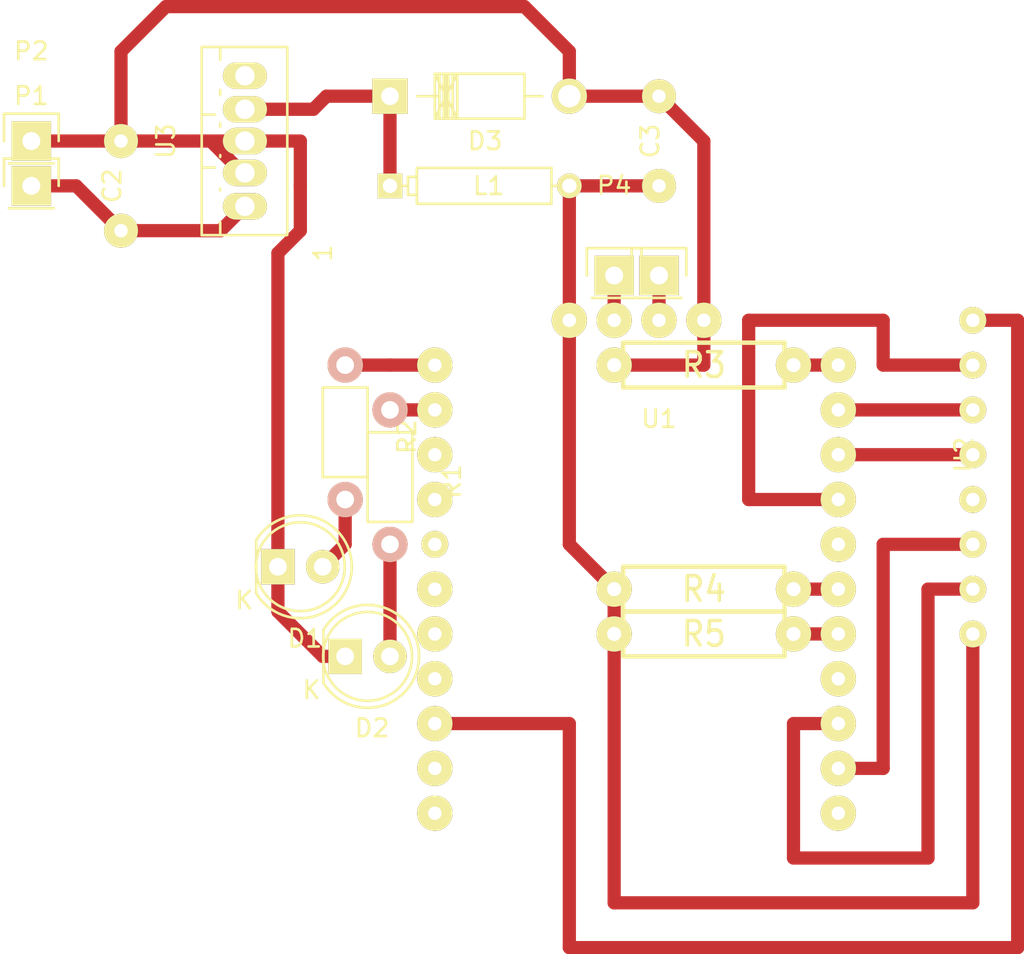
<source format=kicad_pcb>
(kicad_pcb (version 4) (host pcbnew 4.0.2+dfsg1-stable)

  (general
    (links 33)
    (no_connects 0)
    (area 109.784999 80.704999 168.215002 135.195002)
    (thickness 1.6)
    (drawings 0)
    (tracks 71)
    (zones 0)
    (modules 18)
    (nets 32)
  )

  (page A4)
  (layers
    (0 F.Cu signal)
    (31 B.Cu signal)
    (32 B.Adhes user)
    (33 F.Adhes user)
    (34 B.Paste user)
    (35 F.Paste user)
    (36 B.SilkS user)
    (37 F.SilkS user)
    (38 B.Mask user)
    (39 F.Mask user)
    (40 Dwgs.User user)
    (41 Cmts.User user)
    (42 Eco1.User user)
    (43 Eco2.User user)
    (44 Edge.Cuts user)
    (45 Margin user)
    (46 B.CrtYd user)
    (47 F.CrtYd user)
    (48 B.Fab user)
    (49 F.Fab user)
  )

  (setup
    (last_trace_width 0.75)
    (trace_clearance 0.2)
    (zone_clearance 0.508)
    (zone_45_only no)
    (trace_min 0.2)
    (segment_width 0.2)
    (edge_width 0.1)
    (via_size 0.6)
    (via_drill 0.4)
    (via_min_size 0.4)
    (via_min_drill 0.3)
    (uvia_size 0.3)
    (uvia_drill 0.1)
    (uvias_allowed no)
    (uvia_min_size 0.2)
    (uvia_min_drill 0.1)
    (pcb_text_width 0.3)
    (pcb_text_size 1.5 1.5)
    (mod_edge_width 0.15)
    (mod_text_size 1 1)
    (mod_text_width 0.15)
    (pad_size 1.5 1.5)
    (pad_drill 0.6)
    (pad_to_mask_clearance 0)
    (aux_axis_origin 0 0)
    (visible_elements FFFDFF7F)
    (pcbplotparams
      (layerselection 0x00000_00000001)
      (usegerberextensions false)
      (excludeedgelayer true)
      (linewidth 0.100000)
      (plotframeref false)
      (viasonmask false)
      (mode 1)
      (useauxorigin false)
      (hpglpennumber 1)
      (hpglpenspeed 20)
      (hpglpendiameter 15)
      (hpglpenoverlay 2)
      (psnegative false)
      (psa4output false)
      (plotreference true)
      (plotvalue true)
      (plotinvisibletext false)
      (padsonsilk false)
      (subtractmaskfromsilk false)
      (outputformat 1)
      (mirror false)
      (drillshape 0)
      (scaleselection 1)
      (outputdirectory ""))
  )

  (net 0 "")
  (net 1 "Net-(U1-Pad7)")
  (net 2 "Net-(U1-Pad8)")
  (net 3 "Net-(U1-Pad9)")
  (net 4 "Net-(U1-Pad10)")
  (net 5 "Net-(U1-Pad11)")
  (net 6 "Net-(U1-Pad12)")
  (net 7 "Net-(U1-Pad14)")
  (net 8 "Net-(U1-Pad15)")
  (net 9 "Net-(U1-Pad16)")
  (net 10 "Net-(U1-Pad17)")
  (net 11 "Net-(U1-Pad18)")
  (net 12 "Net-(U1-Pad19)")
  (net 13 "Net-(U1-Pad22)")
  (net 14 "Net-(U1-Pad23)")
  (net 15 "Net-(U1-Pad24)")
  (net 16 "Net-(U1-Pad25)")
  (net 17 "Net-(U2-Pad5)")
  (net 18 "Net-(D1-Pad2)")
  (net 19 "Net-(D2-Pad2)")
  (net 20 "Net-(R3-Pad2)")
  (net 21 "Net-(R4-Pad2)")
  (net 22 "Net-(R5-Pad2)")
  (net 23 "Net-(R1-Pad1)")
  (net 24 "Net-(R2-Pad1)")
  (net 25 "Net-(U1-Pad13)")
  (net 26 "Net-(C2-Pad1)")
  (net 27 "Net-(C2-Pad2)")
  (net 28 "Net-(C3-Pad1)")
  (net 29 "Net-(D3-Pad1)")
  (net 30 "Net-(P3-Pad1)")
  (net 31 "Net-(P4-Pad1)")

  (net_class Default "This is the default net class."
    (clearance 0.2)
    (trace_width 0.75)
    (via_dia 0.6)
    (via_drill 0.4)
    (uvia_dia 0.3)
    (uvia_drill 0.1)
    (add_net "Net-(C2-Pad1)")
    (add_net "Net-(C2-Pad2)")
    (add_net "Net-(C3-Pad1)")
    (add_net "Net-(D1-Pad2)")
    (add_net "Net-(D2-Pad2)")
    (add_net "Net-(D3-Pad1)")
    (add_net "Net-(P3-Pad1)")
    (add_net "Net-(P4-Pad1)")
    (add_net "Net-(R1-Pad1)")
    (add_net "Net-(R2-Pad1)")
    (add_net "Net-(R3-Pad2)")
    (add_net "Net-(R4-Pad2)")
    (add_net "Net-(R5-Pad2)")
    (add_net "Net-(U1-Pad10)")
    (add_net "Net-(U1-Pad11)")
    (add_net "Net-(U1-Pad12)")
    (add_net "Net-(U1-Pad13)")
    (add_net "Net-(U1-Pad14)")
    (add_net "Net-(U1-Pad15)")
    (add_net "Net-(U1-Pad16)")
    (add_net "Net-(U1-Pad17)")
    (add_net "Net-(U1-Pad18)")
    (add_net "Net-(U1-Pad19)")
    (add_net "Net-(U1-Pad22)")
    (add_net "Net-(U1-Pad23)")
    (add_net "Net-(U1-Pad24)")
    (add_net "Net-(U1-Pad25)")
    (add_net "Net-(U1-Pad7)")
    (add_net "Net-(U1-Pad8)")
    (add_net "Net-(U1-Pad9)")
    (add_net "Net-(U2-Pad5)")
  )

  (module LEDs:LED-5MM (layer F.Cu) (tedit 5570F7EA) (tstamp 571A5FBC)
    (at 125.73 113.03)
    (descr "LED 5mm round vertical")
    (tags "LED 5mm round vertical")
    (path /571A6FA0)
    (fp_text reference D1 (at 1.524 4.064) (layer F.SilkS)
      (effects (font (size 1 1) (thickness 0.15)))
    )
    (fp_text value LED (at 1.524 -3.937) (layer F.Fab)
      (effects (font (size 1 1) (thickness 0.15)))
    )
    (fp_line (start -1.5 -1.55) (end -1.5 1.55) (layer F.CrtYd) (width 0.05))
    (fp_arc (start 1.3 0) (end -1.5 1.55) (angle -302) (layer F.CrtYd) (width 0.05))
    (fp_arc (start 1.27 0) (end -1.23 -1.5) (angle 297.5) (layer F.SilkS) (width 0.15))
    (fp_line (start -1.23 1.5) (end -1.23 -1.5) (layer F.SilkS) (width 0.15))
    (fp_circle (center 1.27 0) (end 0.97 -2.5) (layer F.SilkS) (width 0.15))
    (fp_text user K (at -1.905 1.905) (layer F.SilkS)
      (effects (font (size 1 1) (thickness 0.15)))
    )
    (pad 1 thru_hole rect (at 0 0 90) (size 2 1.9) (drill 1.00076) (layers *.Cu *.Mask F.SilkS)
      (net 27 "Net-(C2-Pad2)"))
    (pad 2 thru_hole circle (at 2.54 0) (size 1.9 1.9) (drill 1.00076) (layers *.Cu *.Mask F.SilkS)
      (net 18 "Net-(D1-Pad2)"))
    (model LEDs.3dshapes/LED-5MM.wrl
      (at (xyz 0.05 0 0))
      (scale (xyz 1 1 1))
      (rotate (xyz 0 0 90))
    )
  )

  (module LEDs:LED-5MM (layer F.Cu) (tedit 5570F7EA) (tstamp 571A5FC8)
    (at 129.54 118.11)
    (descr "LED 5mm round vertical")
    (tags "LED 5mm round vertical")
    (path /571A6EF4)
    (fp_text reference D2 (at 1.524 4.064) (layer F.SilkS)
      (effects (font (size 1 1) (thickness 0.15)))
    )
    (fp_text value LED (at 1.524 -3.937) (layer F.Fab)
      (effects (font (size 1 1) (thickness 0.15)))
    )
    (fp_line (start -1.5 -1.55) (end -1.5 1.55) (layer F.CrtYd) (width 0.05))
    (fp_arc (start 1.3 0) (end -1.5 1.55) (angle -302) (layer F.CrtYd) (width 0.05))
    (fp_arc (start 1.27 0) (end -1.23 -1.5) (angle 297.5) (layer F.SilkS) (width 0.15))
    (fp_line (start -1.23 1.5) (end -1.23 -1.5) (layer F.SilkS) (width 0.15))
    (fp_circle (center 1.27 0) (end 0.97 -2.5) (layer F.SilkS) (width 0.15))
    (fp_text user K (at -1.905 1.905) (layer F.SilkS)
      (effects (font (size 1 1) (thickness 0.15)))
    )
    (pad 1 thru_hole rect (at 0 0 90) (size 2 1.9) (drill 1.00076) (layers *.Cu *.Mask F.SilkS)
      (net 27 "Net-(C2-Pad2)"))
    (pad 2 thru_hole circle (at 2.54 0) (size 1.9 1.9) (drill 1.00076) (layers *.Cu *.Mask F.SilkS)
      (net 19 "Net-(D2-Pad2)"))
    (model LEDs.3dshapes/LED-5MM.wrl
      (at (xyz 0.05 0 0))
      (scale (xyz 1 1 1))
      (rotate (xyz 0 0 90))
    )
  )

  (module Pin_Headers:Pin_Header_Straight_1x01 (layer F.Cu) (tedit 54EA08DC) (tstamp 571A5FD5)
    (at 111.76 91.44)
    (descr "Through hole pin header")
    (tags "pin header")
    (path /571A6BF5)
    (fp_text reference P1 (at 0 -5.1) (layer F.SilkS)
      (effects (font (size 1 1) (thickness 0.15)))
    )
    (fp_text value 3V3 (at 0 -3.1) (layer F.Fab)
      (effects (font (size 1 1) (thickness 0.15)))
    )
    (fp_line (start 1.55 -1.55) (end 1.55 0) (layer F.SilkS) (width 0.15))
    (fp_line (start -1.75 -1.75) (end -1.75 1.75) (layer F.CrtYd) (width 0.05))
    (fp_line (start 1.75 -1.75) (end 1.75 1.75) (layer F.CrtYd) (width 0.05))
    (fp_line (start -1.75 -1.75) (end 1.75 -1.75) (layer F.CrtYd) (width 0.05))
    (fp_line (start -1.75 1.75) (end 1.75 1.75) (layer F.CrtYd) (width 0.05))
    (fp_line (start -1.55 0) (end -1.55 -1.55) (layer F.SilkS) (width 0.15))
    (fp_line (start -1.55 -1.55) (end 1.55 -1.55) (layer F.SilkS) (width 0.15))
    (fp_line (start -1.27 1.27) (end 1.27 1.27) (layer F.SilkS) (width 0.15))
    (pad 1 thru_hole rect (at 0 0) (size 2.2352 2.2352) (drill 1.016) (layers *.Cu *.Mask F.SilkS)
      (net 26 "Net-(C2-Pad1)"))
    (model Pin_Headers.3dshapes/Pin_Header_Straight_1x01.wrl
      (at (xyz 0 0 0))
      (scale (xyz 1 1 1))
      (rotate (xyz 0 0 90))
    )
  )

  (module Pin_Headers:Pin_Header_Straight_1x01 (layer F.Cu) (tedit 54EA08DC) (tstamp 571A5FE2)
    (at 111.76 88.9)
    (descr "Through hole pin header")
    (tags "pin header")
    (path /571A6C6D)
    (fp_text reference P2 (at 0 -5.1) (layer F.SilkS)
      (effects (font (size 1 1) (thickness 0.15)))
    )
    (fp_text value GND (at 0 -3.1) (layer F.Fab)
      (effects (font (size 1 1) (thickness 0.15)))
    )
    (fp_line (start 1.55 -1.55) (end 1.55 0) (layer F.SilkS) (width 0.15))
    (fp_line (start -1.75 -1.75) (end -1.75 1.75) (layer F.CrtYd) (width 0.05))
    (fp_line (start 1.75 -1.75) (end 1.75 1.75) (layer F.CrtYd) (width 0.05))
    (fp_line (start -1.75 -1.75) (end 1.75 -1.75) (layer F.CrtYd) (width 0.05))
    (fp_line (start -1.75 1.75) (end 1.75 1.75) (layer F.CrtYd) (width 0.05))
    (fp_line (start -1.55 0) (end -1.55 -1.55) (layer F.SilkS) (width 0.15))
    (fp_line (start -1.55 -1.55) (end 1.55 -1.55) (layer F.SilkS) (width 0.15))
    (fp_line (start -1.27 1.27) (end 1.27 1.27) (layer F.SilkS) (width 0.15))
    (pad 1 thru_hole rect (at 0 0) (size 2.2352 2.2352) (drill 1.016) (layers *.Cu *.Mask F.SilkS)
      (net 27 "Net-(C2-Pad2)"))
    (model Pin_Headers.3dshapes/Pin_Header_Straight_1x01.wrl
      (at (xyz 0 0 0))
      (scale (xyz 1 1 1))
      (rotate (xyz 0 0 90))
    )
  )

  (module Resistors_ThroughHole:Resistor_Horizontal_RM7mm (layer F.Cu) (tedit 569FCF07) (tstamp 571A5FF0)
    (at 132.08 104.14 270)
    (descr "Resistor, Axial,  RM 7.62mm, 1/3W,")
    (tags "Resistor Axial RM 7.62mm 1/3W R3")
    (path /571A724A)
    (fp_text reference R1 (at 4.05892 -3.50012 270) (layer F.SilkS)
      (effects (font (size 1 1) (thickness 0.15)))
    )
    (fp_text value 1k (at 3.81 3.81 270) (layer F.Fab)
      (effects (font (size 1 1) (thickness 0.15)))
    )
    (fp_line (start -1.25 -1.5) (end 8.85 -1.5) (layer F.CrtYd) (width 0.05))
    (fp_line (start -1.25 1.5) (end -1.25 -1.5) (layer F.CrtYd) (width 0.05))
    (fp_line (start 8.85 -1.5) (end 8.85 1.5) (layer F.CrtYd) (width 0.05))
    (fp_line (start -1.25 1.5) (end 8.85 1.5) (layer F.CrtYd) (width 0.05))
    (fp_line (start 1.27 -1.27) (end 6.35 -1.27) (layer F.SilkS) (width 0.15))
    (fp_line (start 6.35 -1.27) (end 6.35 1.27) (layer F.SilkS) (width 0.15))
    (fp_line (start 6.35 1.27) (end 1.27 1.27) (layer F.SilkS) (width 0.15))
    (fp_line (start 1.27 1.27) (end 1.27 -1.27) (layer F.SilkS) (width 0.15))
    (pad 1 thru_hole circle (at 0 0 270) (size 1.99898 1.99898) (drill 1.00076) (layers *.Cu *.SilkS *.Mask)
      (net 23 "Net-(R1-Pad1)"))
    (pad 2 thru_hole circle (at 7.62 0 270) (size 1.99898 1.99898) (drill 1.00076) (layers *.Cu *.SilkS *.Mask)
      (net 19 "Net-(D2-Pad2)"))
  )

  (module Resistors_ThroughHole:Resistor_Horizontal_RM7mm (layer F.Cu) (tedit 569FCF07) (tstamp 571A5FFE)
    (at 129.54 101.6 270)
    (descr "Resistor, Axial,  RM 7.62mm, 1/3W,")
    (tags "Resistor Axial RM 7.62mm 1/3W R3")
    (path /571A710A)
    (fp_text reference R2 (at 4.05892 -3.50012 270) (layer F.SilkS)
      (effects (font (size 1 1) (thickness 0.15)))
    )
    (fp_text value 1k (at 3.81 3.81 270) (layer F.Fab)
      (effects (font (size 1 1) (thickness 0.15)))
    )
    (fp_line (start -1.25 -1.5) (end 8.85 -1.5) (layer F.CrtYd) (width 0.05))
    (fp_line (start -1.25 1.5) (end -1.25 -1.5) (layer F.CrtYd) (width 0.05))
    (fp_line (start 8.85 -1.5) (end 8.85 1.5) (layer F.CrtYd) (width 0.05))
    (fp_line (start -1.25 1.5) (end 8.85 1.5) (layer F.CrtYd) (width 0.05))
    (fp_line (start 1.27 -1.27) (end 6.35 -1.27) (layer F.SilkS) (width 0.15))
    (fp_line (start 6.35 -1.27) (end 6.35 1.27) (layer F.SilkS) (width 0.15))
    (fp_line (start 6.35 1.27) (end 1.27 1.27) (layer F.SilkS) (width 0.15))
    (fp_line (start 1.27 1.27) (end 1.27 -1.27) (layer F.SilkS) (width 0.15))
    (pad 1 thru_hole circle (at 0 0 270) (size 1.99898 1.99898) (drill 1.00076) (layers *.Cu *.SilkS *.Mask)
      (net 24 "Net-(R2-Pad1)"))
    (pad 2 thru_hole circle (at 7.62 0 270) (size 1.99898 1.99898) (drill 1.00076) (layers *.Cu *.SilkS *.Mask)
      (net 18 "Net-(D1-Pad2)"))
  )

  (module w_pth_resistors:RC05 (layer F.Cu) (tedit 0) (tstamp 571A600A)
    (at 149.86 101.6)
    (descr "Resistor, RC05")
    (tags R)
    (path /5718DDEA)
    (autoplace_cost180 10)
    (fp_text reference R3 (at 0 0) (layer F.SilkS)
      (effects (font (size 1.397 1.27) (thickness 0.2032)))
    )
    (fp_text value 10K (at 0 2.032) (layer F.SilkS) hide
      (effects (font (size 1.397 1.27) (thickness 0.2032)))
    )
    (fp_line (start 4.572 1.27) (end -4.572 1.27) (layer F.SilkS) (width 0.254))
    (fp_line (start -4.572 1.27) (end -4.572 -1.27) (layer F.SilkS) (width 0.254))
    (fp_line (start -4.572 -1.27) (end 4.572 -1.27) (layer F.SilkS) (width 0.254))
    (fp_line (start 4.572 -1.27) (end 4.572 1.27) (layer F.SilkS) (width 0.254))
    (fp_line (start -5.08 0) (end -4.572 0) (layer F.SilkS) (width 0.3048))
    (fp_line (start 5.08 0) (end 4.572 0) (layer F.SilkS) (width 0.3048))
    (pad 1 thru_hole circle (at -5.08 0) (size 1.99898 1.99898) (drill 0.8001) (layers *.Cu *.Mask F.SilkS)
      (net 27 "Net-(C2-Pad2)"))
    (pad 2 thru_hole circle (at 5.08 0) (size 1.99898 1.99898) (drill 0.8001) (layers *.Cu *.Mask F.SilkS)
      (net 20 "Net-(R3-Pad2)"))
    (model walter/pth_resistors/rc05.wrl
      (at (xyz 0 0 0))
      (scale (xyz 1 1 1))
      (rotate (xyz 0 0 0))
    )
  )

  (module w_pth_resistors:RC05 (layer F.Cu) (tedit 0) (tstamp 571A6016)
    (at 149.86 114.3)
    (descr "Resistor, RC05")
    (tags R)
    (path /5718DD6D)
    (autoplace_cost180 10)
    (fp_text reference R4 (at 0 0) (layer F.SilkS)
      (effects (font (size 1.397 1.27) (thickness 0.2032)))
    )
    (fp_text value 10k (at 0 2.032) (layer F.SilkS) hide
      (effects (font (size 1.397 1.27) (thickness 0.2032)))
    )
    (fp_line (start 4.572 1.27) (end -4.572 1.27) (layer F.SilkS) (width 0.254))
    (fp_line (start -4.572 1.27) (end -4.572 -1.27) (layer F.SilkS) (width 0.254))
    (fp_line (start -4.572 -1.27) (end 4.572 -1.27) (layer F.SilkS) (width 0.254))
    (fp_line (start 4.572 -1.27) (end 4.572 1.27) (layer F.SilkS) (width 0.254))
    (fp_line (start -5.08 0) (end -4.572 0) (layer F.SilkS) (width 0.3048))
    (fp_line (start 5.08 0) (end 4.572 0) (layer F.SilkS) (width 0.3048))
    (pad 1 thru_hole circle (at -5.08 0) (size 1.99898 1.99898) (drill 0.8001) (layers *.Cu *.Mask F.SilkS)
      (net 28 "Net-(C3-Pad1)"))
    (pad 2 thru_hole circle (at 5.08 0) (size 1.99898 1.99898) (drill 0.8001) (layers *.Cu *.Mask F.SilkS)
      (net 21 "Net-(R4-Pad2)"))
    (model walter/pth_resistors/rc05.wrl
      (at (xyz 0 0 0))
      (scale (xyz 1 1 1))
      (rotate (xyz 0 0 0))
    )
  )

  (module w_pth_resistors:RC05 (layer F.Cu) (tedit 0) (tstamp 571A6022)
    (at 149.86 116.84)
    (descr "Resistor, RC05")
    (tags R)
    (path /571A5ED5)
    (autoplace_cost180 10)
    (fp_text reference R5 (at 0 0) (layer F.SilkS)
      (effects (font (size 1.397 1.27) (thickness 0.2032)))
    )
    (fp_text value 10k (at 0 2.032) (layer F.SilkS) hide
      (effects (font (size 1.397 1.27) (thickness 0.2032)))
    )
    (fp_line (start 4.572 1.27) (end -4.572 1.27) (layer F.SilkS) (width 0.254))
    (fp_line (start -4.572 1.27) (end -4.572 -1.27) (layer F.SilkS) (width 0.254))
    (fp_line (start -4.572 -1.27) (end 4.572 -1.27) (layer F.SilkS) (width 0.254))
    (fp_line (start 4.572 -1.27) (end 4.572 1.27) (layer F.SilkS) (width 0.254))
    (fp_line (start -5.08 0) (end -4.572 0) (layer F.SilkS) (width 0.3048))
    (fp_line (start 5.08 0) (end 4.572 0) (layer F.SilkS) (width 0.3048))
    (pad 1 thru_hole circle (at -5.08 0) (size 1.99898 1.99898) (drill 0.8001) (layers *.Cu *.Mask F.SilkS)
      (net 28 "Net-(C3-Pad1)"))
    (pad 2 thru_hole circle (at 5.08 0) (size 1.99898 1.99898) (drill 0.8001) (layers *.Cu *.Mask F.SilkS)
      (net 22 "Net-(R5-Pad2)"))
    (model walter/pth_resistors/rc05.wrl
      (at (xyz 0 0 0))
      (scale (xyz 1 1 1))
      (rotate (xyz 0 0 0))
    )
  )

  (module bugs:RC522 (layer F.Cu) (tedit 571A5B35) (tstamp 571A604C)
    (at 165.1 106.68 270)
    (path /5718CF80)
    (fp_text reference U2 (at 0 0.5 270) (layer F.SilkS)
      (effects (font (size 1 1) (thickness 0.15)))
    )
    (fp_text value rc522 (at -2.54 2.04 270) (layer F.Fab)
      (effects (font (size 1 1) (thickness 0.15)))
    )
    (pad 1 thru_hole circle (at -7.62 0 270) (size 1.524 1.524) (drill 0.762) (layers *.Cu *.Mask F.SilkS)
      (net 25 "Net-(U1-Pad13)"))
    (pad 2 thru_hole circle (at -5.08 0 270) (size 1.524 1.524) (drill 0.762) (layers *.Cu *.Mask F.SilkS)
      (net 14 "Net-(U1-Pad23)"))
    (pad 3 thru_hole circle (at -2.54 0 270) (size 1.524 1.524) (drill 0.762) (layers *.Cu *.Mask F.SilkS)
      (net 16 "Net-(U1-Pad25)"))
    (pad 4 thru_hole circle (at 0 0 270) (size 1.524 1.524) (drill 0.762) (layers *.Cu *.Mask F.SilkS)
      (net 15 "Net-(U1-Pad24)"))
    (pad 5 thru_hole circle (at 2.54 0 270) (size 1.524 1.524) (drill 0.762) (layers *.Cu *.Mask F.SilkS)
      (net 17 "Net-(U2-Pad5)"))
    (pad 6 thru_hole circle (at 5.08 0 270) (size 1.524 1.524) (drill 0.762) (layers *.Cu *.Mask F.SilkS)
      (net 10 "Net-(U1-Pad17)"))
    (pad 7 thru_hole circle (at 7.62 0 270) (size 1.524 1.524) (drill 0.762) (layers *.Cu *.Mask F.SilkS)
      (net 11 "Net-(U1-Pad18)"))
    (pad 8 thru_hole circle (at 10.16 0 270) (size 1.524 1.524) (drill 0.762) (layers *.Cu *.Mask F.SilkS)
      (net 28 "Net-(C3-Pad1)"))
  )

  (module bugs:capasitor (layer F.Cu) (tedit 5727C10F) (tstamp 5727C1B5)
    (at 116.84 91.44 270)
    (path /5727C902)
    (fp_text reference C2 (at 0 0.5 270) (layer F.SilkS)
      (effects (font (size 1 1) (thickness 0.15)))
    )
    (fp_text value 100mkF (at 0 2.04 270) (layer F.Fab)
      (effects (font (size 1 1) (thickness 0.15)))
    )
    (pad 1 thru_hole circle (at 2.54 0 270) (size 1.924 1.924) (drill 0.762) (layers *.Cu *.Mask F.SilkS)
      (net 26 "Net-(C2-Pad1)"))
    (pad 2 thru_hole circle (at -2.54 0 270) (size 1.924 1.924) (drill 0.762) (layers *.Cu *.Mask F.SilkS)
      (net 27 "Net-(C2-Pad2)"))
  )

  (module bugs:capasitor (layer F.Cu) (tedit 5727C10F) (tstamp 5727C1BB)
    (at 147.32 88.9 270)
    (path /5727C879)
    (fp_text reference C3 (at 0 0.5 270) (layer F.SilkS)
      (effects (font (size 1 1) (thickness 0.15)))
    )
    (fp_text value 1000mkF (at 0 2.04 270) (layer F.Fab)
      (effects (font (size 1 1) (thickness 0.15)))
    )
    (pad 1 thru_hole circle (at 2.54 0 270) (size 1.924 1.924) (drill 0.762) (layers *.Cu *.Mask F.SilkS)
      (net 28 "Net-(C3-Pad1)"))
    (pad 2 thru_hole circle (at -2.54 0 270) (size 1.924 1.924) (drill 0.762) (layers *.Cu *.Mask F.SilkS)
      (net 27 "Net-(C2-Pad2)"))
  )

  (module Diodes_ThroughHole:Diode_DO-41_SOD81_Horizontal_RM10 (layer F.Cu) (tedit 552FFCCE) (tstamp 5727C1C1)
    (at 132.08 86.36)
    (descr "Diode, DO-41, SOD81, Horizontal, RM 10mm,")
    (tags "Diode, DO-41, SOD81, Horizontal, RM 10mm, 1N4007, SB140,")
    (path /5727C5DA)
    (fp_text reference D3 (at 5.38734 2.53746) (layer F.SilkS)
      (effects (font (size 1 1) (thickness 0.15)))
    )
    (fp_text value D_Schottky (at 4.37134 -3.55854) (layer F.Fab)
      (effects (font (size 1 1) (thickness 0.15)))
    )
    (fp_line (start 7.62 -0.00254) (end 8.636 -0.00254) (layer F.SilkS) (width 0.15))
    (fp_line (start 2.794 -0.00254) (end 1.524 -0.00254) (layer F.SilkS) (width 0.15))
    (fp_line (start 3.048 -1.27254) (end 3.048 1.26746) (layer F.SilkS) (width 0.15))
    (fp_line (start 3.302 -1.27254) (end 3.302 1.26746) (layer F.SilkS) (width 0.15))
    (fp_line (start 3.556 -1.27254) (end 3.556 1.26746) (layer F.SilkS) (width 0.15))
    (fp_line (start 2.794 -1.27254) (end 2.794 1.26746) (layer F.SilkS) (width 0.15))
    (fp_line (start 3.81 -1.27254) (end 2.54 1.26746) (layer F.SilkS) (width 0.15))
    (fp_line (start 2.54 -1.27254) (end 3.81 1.26746) (layer F.SilkS) (width 0.15))
    (fp_line (start 3.81 -1.27254) (end 3.81 1.26746) (layer F.SilkS) (width 0.15))
    (fp_line (start 3.175 -1.27254) (end 3.175 1.26746) (layer F.SilkS) (width 0.15))
    (fp_line (start 2.54 1.26746) (end 2.54 -1.27254) (layer F.SilkS) (width 0.15))
    (fp_line (start 2.54 -1.27254) (end 7.62 -1.27254) (layer F.SilkS) (width 0.15))
    (fp_line (start 7.62 -1.27254) (end 7.62 1.26746) (layer F.SilkS) (width 0.15))
    (fp_line (start 7.62 1.26746) (end 2.54 1.26746) (layer F.SilkS) (width 0.15))
    (pad 2 thru_hole circle (at 10.16 -0.00254 180) (size 1.99898 1.99898) (drill 1.27) (layers *.Cu *.Mask F.SilkS)
      (net 27 "Net-(C2-Pad2)"))
    (pad 1 thru_hole rect (at 0 -0.00254 180) (size 1.99898 1.99898) (drill 1.00076) (layers *.Cu *.Mask F.SilkS)
      (net 29 "Net-(D3-Pad1)"))
  )

  (module Discret:CP4 (layer F.Cu) (tedit 0) (tstamp 5727C1C7)
    (at 137.16 91.44)
    (descr "Condensateur polarise")
    (tags CP)
    (path /5727C6B6)
    (fp_text reference L1 (at 0.508 0) (layer F.SilkS)
      (effects (font (size 1 1) (thickness 0.15)))
    )
    (fp_text value 100mkH (at 0.508 0) (layer F.Fab)
      (effects (font (size 1 1) (thickness 0.15)))
    )
    (fp_line (start 5.08 0) (end 4.064 0) (layer F.SilkS) (width 0.15))
    (fp_line (start 4.064 0) (end 4.064 1.016) (layer F.SilkS) (width 0.15))
    (fp_line (start 4.064 1.016) (end -3.556 1.016) (layer F.SilkS) (width 0.15))
    (fp_line (start -3.556 1.016) (end -3.556 -1.016) (layer F.SilkS) (width 0.15))
    (fp_line (start -3.556 -1.016) (end 4.064 -1.016) (layer F.SilkS) (width 0.15))
    (fp_line (start 4.064 -1.016) (end 4.064 0) (layer F.SilkS) (width 0.15))
    (fp_line (start -5.08 0) (end -4.064 0) (layer F.SilkS) (width 0.15))
    (fp_line (start -3.556 0.508) (end -4.064 0.508) (layer F.SilkS) (width 0.15))
    (fp_line (start -4.064 0.508) (end -4.064 -0.508) (layer F.SilkS) (width 0.15))
    (fp_line (start -4.064 -0.508) (end -3.556 -0.508) (layer F.SilkS) (width 0.15))
    (pad 1 thru_hole rect (at -5.08 0) (size 1.397 1.397) (drill 0.8128) (layers *.Cu *.Mask F.SilkS)
      (net 29 "Net-(D3-Pad1)"))
    (pad 2 thru_hole circle (at 5.08 0) (size 1.397 1.397) (drill 0.8128) (layers *.Cu *.Mask F.SilkS)
      (net 28 "Net-(C3-Pad1)"))
    (model Discret.3dshapes/CP4.wrl
      (at (xyz 0 0 0))
      (scale (xyz 0.4 0.4 0.4))
      (rotate (xyz 0 0 0))
    )
  )

  (module Pin_Headers:Pin_Header_Straight_1x01 (layer F.Cu) (tedit 54EA08DC) (tstamp 5727C1CC)
    (at 147.32 96.52)
    (descr "Through hole pin header")
    (tags "pin header")
    (path /5727D5CB)
    (fp_text reference P3 (at 0 -5.1) (layer F.SilkS)
      (effects (font (size 1 1) (thickness 0.15)))
    )
    (fp_text value TX (at 0 -3.1) (layer F.Fab)
      (effects (font (size 1 1) (thickness 0.15)))
    )
    (fp_line (start 1.55 -1.55) (end 1.55 0) (layer F.SilkS) (width 0.15))
    (fp_line (start -1.75 -1.75) (end -1.75 1.75) (layer F.CrtYd) (width 0.05))
    (fp_line (start 1.75 -1.75) (end 1.75 1.75) (layer F.CrtYd) (width 0.05))
    (fp_line (start -1.75 -1.75) (end 1.75 -1.75) (layer F.CrtYd) (width 0.05))
    (fp_line (start -1.75 1.75) (end 1.75 1.75) (layer F.CrtYd) (width 0.05))
    (fp_line (start -1.55 0) (end -1.55 -1.55) (layer F.SilkS) (width 0.15))
    (fp_line (start -1.55 -1.55) (end 1.55 -1.55) (layer F.SilkS) (width 0.15))
    (fp_line (start -1.27 1.27) (end 1.27 1.27) (layer F.SilkS) (width 0.15))
    (pad 1 thru_hole rect (at 0 0) (size 2.2352 2.2352) (drill 1.016) (layers *.Cu *.Mask F.SilkS)
      (net 30 "Net-(P3-Pad1)"))
    (model Pin_Headers.3dshapes/Pin_Header_Straight_1x01.wrl
      (at (xyz 0 0 0))
      (scale (xyz 1 1 1))
      (rotate (xyz 0 0 90))
    )
  )

  (module Pin_Headers:Pin_Header_Straight_1x01 (layer F.Cu) (tedit 54EA08DC) (tstamp 5727C1D1)
    (at 144.78 96.52)
    (descr "Through hole pin header")
    (tags "pin header")
    (path /5727D51C)
    (fp_text reference P4 (at 0 -5.1) (layer F.SilkS)
      (effects (font (size 1 1) (thickness 0.15)))
    )
    (fp_text value RX (at 0 -3.1) (layer F.Fab)
      (effects (font (size 1 1) (thickness 0.15)))
    )
    (fp_line (start 1.55 -1.55) (end 1.55 0) (layer F.SilkS) (width 0.15))
    (fp_line (start -1.75 -1.75) (end -1.75 1.75) (layer F.CrtYd) (width 0.05))
    (fp_line (start 1.75 -1.75) (end 1.75 1.75) (layer F.CrtYd) (width 0.05))
    (fp_line (start -1.75 -1.75) (end 1.75 -1.75) (layer F.CrtYd) (width 0.05))
    (fp_line (start -1.75 1.75) (end 1.75 1.75) (layer F.CrtYd) (width 0.05))
    (fp_line (start -1.55 0) (end -1.55 -1.55) (layer F.SilkS) (width 0.15))
    (fp_line (start -1.55 -1.55) (end 1.55 -1.55) (layer F.SilkS) (width 0.15))
    (fp_line (start -1.27 1.27) (end 1.27 1.27) (layer F.SilkS) (width 0.15))
    (pad 1 thru_hole rect (at 0 0) (size 2.2352 2.2352) (drill 1.016) (layers *.Cu *.Mask F.SilkS)
      (net 31 "Net-(P4-Pad1)"))
    (model Pin_Headers.3dshapes/Pin_Header_Straight_1x01.wrl
      (at (xyz 0 0 0))
      (scale (xyz 1 1 1))
      (rotate (xyz 0 0 90))
    )
  )

  (module TO_SOT_Packages_THT:Pentawatt_Neutral_Straight_Vertical_TO220-5-T05A (layer F.Cu) (tedit 0) (tstamp 5727C1DA)
    (at 124.46 88.9 90)
    (descr Pentawatt_Neutral_Straight_Vertical_TO220-5-T05A)
    (tags Pentawatt_Neutral_Straight_Vertical_TO220-5-T05A)
    (path /5727C3F1)
    (fp_text reference U3 (at 0 -5.08 90) (layer F.SilkS)
      (effects (font (size 1 1) (thickness 0.15)))
    )
    (fp_text value LM2576 (at 1.27 7.62 90) (layer F.Fab)
      (effects (font (size 1 1) (thickness 0.15)))
    )
    (fp_line (start 4.59994 -1.99898) (end 5.30098 -1.99898) (layer F.SilkS) (width 0.15))
    (fp_line (start 2.60096 -1.99898) (end 2.90068 -1.99898) (layer F.SilkS) (width 0.15))
    (fp_line (start 0.8001 -1.99898) (end 1.00076 -1.99898) (layer F.SilkS) (width 0.15))
    (fp_line (start -0.89916 -1.99898) (end -0.8001 -1.99898) (layer F.SilkS) (width 0.15))
    (fp_line (start -2.79908 -1.99898) (end -2.70002 -1.99898) (layer F.SilkS) (width 0.15))
    (fp_line (start -5.30098 -1.99898) (end -4.59994 -1.99898) (layer F.SilkS) (width 0.15))
    (fp_line (start 1.50114 -2.99974) (end 1.50114 -2.30124) (layer F.SilkS) (width 0.15))
    (fp_line (start -1.50114 -2.99974) (end -1.50114 -2.30124) (layer F.SilkS) (width 0.15))
    (fp_line (start -5.30098 1.80086) (end 5.30098 1.80086) (layer F.SilkS) (width 0.15))
    (fp_text user 1 (at -6.35 3.81 90) (layer F.SilkS)
      (effects (font (size 1 1) (thickness 0.15)))
    )
    (fp_line (start 5.334 -1.905) (end 5.334 1.778) (layer F.SilkS) (width 0.15))
    (fp_line (start -5.334 1.778) (end -5.334 -1.905) (layer F.SilkS) (width 0.15))
    (fp_line (start 5.334 -3.048) (end 5.334 -1.905) (layer F.SilkS) (width 0.15))
    (fp_line (start -5.334 -1.905) (end -5.334 -3.048) (layer F.SilkS) (width 0.15))
    (fp_line (start 0 -3.048) (end -5.334 -3.048) (layer F.SilkS) (width 0.15))
    (fp_line (start 0 -3.048) (end 5.334 -3.048) (layer F.SilkS) (width 0.15))
    (pad 3 thru_hole oval (at 0 -0.59944 180) (size 2.49936 1.50114) (drill 1.09982) (layers *.Cu *.Mask F.SilkS)
      (net 27 "Net-(C2-Pad2)"))
    (pad 1 thru_hole oval (at -3.70078 -0.59944 180) (size 2.49936 1.50114) (drill 1.09982) (layers *.Cu *.Mask F.SilkS)
      (net 26 "Net-(C2-Pad1)"))
    (pad 5 thru_hole oval (at 3.70078 -0.59944 180) (size 2.49936 1.50114) (drill 1.09982) (layers *.Cu *.Mask F.SilkS))
    (pad 4 thru_hole oval (at 1.80086 -0.59944 180) (size 2.49936 1.50114) (drill 1.09982) (layers *.Cu *.Mask F.SilkS)
      (net 29 "Net-(D3-Pad1)"))
    (pad 2 thru_hole oval (at -1.80086 -0.59944 180) (size 2.49936 1.50114) (drill 1.09982) (layers *.Cu *.Mask F.SilkS)
      (net 27 "Net-(C2-Pad2)"))
    (model TO_SOT_Packages_THT.3dshapes/Pentawatt_Neutral_Straight_Vertical_TO220-5-T05A.wrl
      (at (xyz 0 0 0))
      (scale (xyz 0.3937 0.3937 0.3937))
      (rotate (xyz 0 0 0))
    )
  )

  (module bugs:ESP201 (layer F.Cu) (tedit 5727C3C7) (tstamp 571A6040)
    (at 147.32 104.14)
    (path /5718D2DA)
    (fp_text reference U1 (at 0 0.5) (layer F.SilkS)
      (effects (font (size 1 1) (thickness 0.15)))
    )
    (fp_text value ESP-201 (at 0 -0.5) (layer F.Fab)
      (effects (font (size 1 1) (thickness 0.15)))
    )
    (pad 1 thru_hole circle (at -5.08 -5.08) (size 2 2) (drill 0.762) (layers *.Cu *.Mask F.SilkS)
      (net 28 "Net-(C3-Pad1)"))
    (pad 2 thru_hole circle (at -2.54 -5.08) (size 2 2) (drill 0.762) (layers *.Cu *.Mask F.SilkS)
      (net 31 "Net-(P4-Pad1)"))
    (pad 3 thru_hole circle (at 0 -5.08) (size 2 2) (drill 0.762) (layers *.Cu *.Mask F.SilkS)
      (net 30 "Net-(P3-Pad1)"))
    (pad 4 thru_hole circle (at 2.54 -5.08) (size 2 2) (drill 0.762) (layers *.Cu *.Mask F.SilkS)
      (net 27 "Net-(C2-Pad2)"))
    (pad 5 thru_hole circle (at -12.7 -2.54) (size 2 2) (drill 0.762) (layers *.Cu *.Mask F.SilkS)
      (net 24 "Net-(R2-Pad1)"))
    (pad 6 thru_hole circle (at -12.7 0) (size 2 2) (drill 0.762) (layers *.Cu *.Mask F.SilkS)
      (net 23 "Net-(R1-Pad1)"))
    (pad 7 thru_hole circle (at -12.7 2.54) (size 2 2) (drill 0.762) (layers *.Cu *.Mask F.SilkS)
      (net 1 "Net-(U1-Pad7)"))
    (pad 8 thru_hole circle (at -12.7 5.08) (size 2 2) (drill 0.762) (layers *.Cu *.Mask F.SilkS)
      (net 2 "Net-(U1-Pad8)"))
    (pad 9 thru_hole circle (at -12.7 7.62) (size 1.524 1.524) (drill 0.762) (layers *.Cu *.Mask F.SilkS)
      (net 3 "Net-(U1-Pad9)"))
    (pad 10 thru_hole circle (at -12.7 10.16) (size 2 2) (drill 0.762) (layers *.Cu *.Mask F.SilkS)
      (net 4 "Net-(U1-Pad10)"))
    (pad 11 thru_hole circle (at -12.7 12.7) (size 2 2) (drill 0.762) (layers *.Cu *.Mask F.SilkS)
      (net 5 "Net-(U1-Pad11)"))
    (pad 12 thru_hole circle (at -12.7 15.24) (size 2 2) (drill 0.762) (layers *.Cu *.Mask F.SilkS)
      (net 6 "Net-(U1-Pad12)"))
    (pad 13 thru_hole circle (at -12.7 17.78) (size 2 2) (drill 0.762) (layers *.Cu *.Mask F.SilkS)
      (net 25 "Net-(U1-Pad13)"))
    (pad 14 thru_hole circle (at -12.7 20.32) (size 2 2) (drill 0.762) (layers *.Cu *.Mask F.SilkS)
      (net 7 "Net-(U1-Pad14)"))
    (pad 15 thru_hole circle (at -12.7 22.86) (size 2 2) (drill 0.762) (layers *.Cu *.Mask F.SilkS)
      (net 8 "Net-(U1-Pad15)"))
    (pad 16 thru_hole circle (at 10.16 22.86) (size 2 2) (drill 0.762) (layers *.Cu *.Mask F.SilkS)
      (net 9 "Net-(U1-Pad16)"))
    (pad 17 thru_hole circle (at 10.16 20.32) (size 2 2) (drill 0.762) (layers *.Cu *.Mask F.SilkS)
      (net 10 "Net-(U1-Pad17)"))
    (pad 18 thru_hole circle (at 10.16 17.78) (size 2 2) (drill 0.762) (layers *.Cu *.Mask F.SilkS)
      (net 11 "Net-(U1-Pad18)"))
    (pad 19 thru_hole circle (at 10.16 15.24) (size 2 2) (drill 0.762) (layers *.Cu *.Mask F.SilkS)
      (net 12 "Net-(U1-Pad19)"))
    (pad 20 thru_hole circle (at 10.16 12.7) (size 2 2) (drill 0.762) (layers *.Cu *.Mask F.SilkS)
      (net 22 "Net-(R5-Pad2)"))
    (pad 21 thru_hole circle (at 10.16 10.16) (size 2 2) (drill 0.762) (layers *.Cu *.Mask F.SilkS)
      (net 21 "Net-(R4-Pad2)"))
    (pad 22 thru_hole circle (at 10.16 7.62) (size 2 2) (drill 0.762) (layers *.Cu *.Mask F.SilkS)
      (net 13 "Net-(U1-Pad22)"))
    (pad 23 thru_hole circle (at 10.16 5.08) (size 2 2) (drill 0.762) (layers *.Cu *.Mask F.SilkS)
      (net 14 "Net-(U1-Pad23)"))
    (pad 24 thru_hole circle (at 10.16 2.54) (size 2 2) (drill 0.762) (layers *.Cu *.Mask F.SilkS)
      (net 15 "Net-(U1-Pad24)"))
    (pad 25 thru_hole circle (at 10.16 0) (size 2 2) (drill 0.762) (layers *.Cu *.Mask F.SilkS)
      (net 16 "Net-(U1-Pad25)"))
    (pad 26 thru_hole circle (at 10.16 -2.54) (size 2 2) (drill 0.762) (layers *.Cu *.Mask F.SilkS)
      (net 20 "Net-(R3-Pad2)"))
  )

  (segment (start 165.1 111.76) (end 160.02 111.76) (width 0.75) (layer F.Cu) (net 10) (status 10))
  (segment (start 160.02 124.46) (end 157.48 124.46) (width 0.75) (layer F.Cu) (net 10) (tstamp 571B40A1))
  (segment (start 160.02 111.76) (end 160.02 124.46) (width 0.75) (layer F.Cu) (net 10) (tstamp 571B40A0))
  (segment (start 165.1 114.3) (end 162.56 114.3) (width 0.75) (layer F.Cu) (net 11))
  (segment (start 154.94 121.92) (end 157.48 121.92) (width 0.75) (layer F.Cu) (net 11) (tstamp 5727C33F))
  (segment (start 154.94 129.54) (end 154.94 121.92) (width 0.75) (layer F.Cu) (net 11) (tstamp 5727C33E))
  (segment (start 162.56 129.54) (end 154.94 129.54) (width 0.75) (layer F.Cu) (net 11) (tstamp 5727C33D))
  (segment (start 162.56 114.3) (end 162.56 129.54) (width 0.75) (layer F.Cu) (net 11) (tstamp 5727C33C))
  (segment (start 165.1 101.6) (end 160.02 101.6) (width 0.75) (layer F.Cu) (net 14) (status 10))
  (segment (start 152.4 109.22) (end 157.48 109.22) (width 0.75) (layer F.Cu) (net 14) (tstamp 571A6383))
  (segment (start 152.4 99.06) (end 152.4 109.22) (width 0.75) (layer F.Cu) (net 14) (tstamp 571A6382))
  (segment (start 160.02 99.06) (end 152.4 99.06) (width 0.75) (layer F.Cu) (net 14) (tstamp 571A6381))
  (segment (start 160.02 101.6) (end 160.02 99.06) (width 0.75) (layer F.Cu) (net 14) (tstamp 571A6380))
  (segment (start 165.1 106.68) (end 157.48 106.68) (width 0.75) (layer F.Cu) (net 15) (status 10))
  (segment (start 157.48 104.14) (end 165.1 104.14) (width 0.75) (layer F.Cu) (net 16) (status 20))
  (segment (start 129.54 109.22) (end 129.54 111.76) (width 0.75) (layer F.Cu) (net 18))
  (segment (start 129.54 111.76) (end 128.27 113.03) (width 0.75) (layer F.Cu) (net 18) (tstamp 571B4034))
  (segment (start 132.08 111.76) (end 132.08 118.11) (width 0.75) (layer F.Cu) (net 19))
  (segment (start 154.94 101.6) (end 157.48 101.6) (width 0.75) (layer F.Cu) (net 20))
  (segment (start 157.48 114.3) (end 154.94 114.3) (width 0.75) (layer F.Cu) (net 21))
  (segment (start 154.94 116.84) (end 157.48 116.84) (width 0.75) (layer F.Cu) (net 22))
  (segment (start 132.08 104.14) (end 134.62 104.14) (width 0.75) (layer F.Cu) (net 23))
  (segment (start 129.54 101.6) (end 132.08 101.6) (width 0.75) (layer F.Cu) (net 24))
  (segment (start 132.08 101.6) (end 134.62 101.6) (width 0.75) (layer F.Cu) (net 24))
  (segment (start 165.1 99.06) (end 167.64 99.06) (width 0.75) (layer F.Cu) (net 25))
  (segment (start 142.24 121.92) (end 134.62 121.92) (width 0.75) (layer F.Cu) (net 25) (tstamp 5727C34B))
  (segment (start 142.24 134.62) (end 142.24 121.92) (width 0.75) (layer F.Cu) (net 25) (tstamp 5727C34A))
  (segment (start 167.64 134.62) (end 142.24 134.62) (width 0.75) (layer F.Cu) (net 25) (tstamp 5727C349))
  (segment (start 167.64 99.06) (end 167.64 134.62) (width 0.75) (layer F.Cu) (net 25) (tstamp 5727C348))
  (segment (start 116.84 93.98) (end 122.48134 93.98) (width 0.75) (layer F.Cu) (net 26))
  (segment (start 122.48134 93.98) (end 123.86056 92.60078) (width 0.75) (layer F.Cu) (net 26) (tstamp 5727C2EB))
  (segment (start 111.76 91.44) (end 114.3 91.44) (width 0.75) (layer F.Cu) (net 26))
  (segment (start 114.3 91.44) (end 116.84 93.98) (width 0.75) (layer F.Cu) (net 26) (tstamp 5727C2E6))
  (segment (start 125.73 113.03) (end 125.73 95.25) (width 0.75) (layer F.Cu) (net 27))
  (segment (start 127 88.9) (end 123.86056 88.9) (width 0.75) (layer F.Cu) (net 27) (tstamp 5727C306))
  (segment (start 127 91.44) (end 127 88.9) (width 0.75) (layer F.Cu) (net 27) (tstamp 5727C305))
  (segment (start 127 93.98) (end 127 91.44) (width 0.75) (layer F.Cu) (net 27) (tstamp 5727C304))
  (segment (start 125.73 95.25) (end 127 93.98) (width 0.75) (layer F.Cu) (net 27) (tstamp 5727C303))
  (segment (start 123.86056 90.70086) (end 123.72086 90.70086) (width 0.75) (layer F.Cu) (net 27))
  (segment (start 123.72086 90.70086) (end 121.92 88.9) (width 0.75) (layer F.Cu) (net 27) (tstamp 5727C2FD))
  (segment (start 116.84 88.9) (end 116.84 83.82) (width 0.75) (layer F.Cu) (net 27))
  (segment (start 142.24 83.82) (end 142.24 86.35746) (width 0.75) (layer F.Cu) (net 27) (tstamp 5727C2F3))
  (segment (start 139.7 81.28) (end 142.24 83.82) (width 0.75) (layer F.Cu) (net 27) (tstamp 5727C2F2))
  (segment (start 119.38 81.28) (end 139.7 81.28) (width 0.75) (layer F.Cu) (net 27) (tstamp 5727C2F1))
  (segment (start 116.84 83.82) (end 119.38 81.28) (width 0.75) (layer F.Cu) (net 27) (tstamp 5727C2F0))
  (segment (start 123.86056 88.9) (end 121.92 88.9) (width 0.75) (layer F.Cu) (net 27))
  (segment (start 121.92 88.9) (end 116.84 88.9) (width 0.75) (layer F.Cu) (net 27) (tstamp 5727C300))
  (segment (start 116.84 88.9) (end 111.76 88.9) (width 0.75) (layer F.Cu) (net 27))
  (segment (start 142.24 86.35746) (end 147.31746 86.35746) (width 0.75) (layer F.Cu) (net 27))
  (segment (start 147.31746 86.35746) (end 147.32 86.36) (width 0.75) (layer F.Cu) (net 27) (tstamp 5727C2CA))
  (segment (start 147.32 86.36) (end 149.86 88.9) (width 0.75) (layer F.Cu) (net 27))
  (segment (start 149.86 88.9) (end 149.86 99.06) (width 0.75) (layer F.Cu) (net 27) (tstamp 5727C2C3))
  (segment (start 129.54 118.11) (end 128.27 118.11) (width 0.75) (layer F.Cu) (net 27))
  (segment (start 128.27 118.11) (end 125.73 115.57) (width 0.75) (layer F.Cu) (net 27) (tstamp 571B4030))
  (segment (start 125.73 115.57) (end 125.73 113.03) (width 0.75) (layer F.Cu) (net 27) (tstamp 571B4031))
  (segment (start 149.86 101.6) (end 149.86 99.06) (width 0.75) (layer F.Cu) (net 27) (tstamp 571A62C4))
  (segment (start 144.78 101.6) (end 149.86 101.6) (width 0.75) (layer F.Cu) (net 27))
  (segment (start 144.78 116.84) (end 144.78 132.08) (width 0.75) (layer F.Cu) (net 28))
  (segment (start 165.1 132.08) (end 165.1 116.84) (width 0.75) (layer F.Cu) (net 28) (tstamp 5727C345))
  (segment (start 144.78 132.08) (end 165.1 132.08) (width 0.75) (layer F.Cu) (net 28) (tstamp 5727C344))
  (segment (start 142.24 91.44) (end 147.32 91.44) (width 0.75) (layer F.Cu) (net 28))
  (segment (start 142.24 99.06) (end 142.24 91.44) (width 0.75) (layer F.Cu) (net 28))
  (segment (start 144.78 114.3) (end 142.24 111.76) (width 0.75) (layer F.Cu) (net 28))
  (segment (start 142.24 111.76) (end 142.24 99.06) (width 0.75) (layer F.Cu) (net 28) (tstamp 571A62C1))
  (segment (start 144.78 116.84) (end 144.78 114.3) (width 0.75) (layer F.Cu) (net 28))
  (segment (start 132.08 91.44) (end 132.08 86.35746) (width 0.75) (layer F.Cu) (net 29))
  (segment (start 123.86056 87.09914) (end 127.73914 87.09914) (width 0.75) (layer F.Cu) (net 29))
  (segment (start 128.48082 86.35746) (end 132.08 86.35746) (width 0.75) (layer F.Cu) (net 29) (tstamp 5727C2D0))
  (segment (start 127.73914 87.09914) (end 128.48082 86.35746) (width 0.75) (layer F.Cu) (net 29) (tstamp 5727C2CF))
  (segment (start 147.32 96.52) (end 147.32 99.06) (width 0.75) (layer F.Cu) (net 30))
  (segment (start 144.78 99.06) (end 144.78 96.52) (width 0.75) (layer F.Cu) (net 31))

)

</source>
